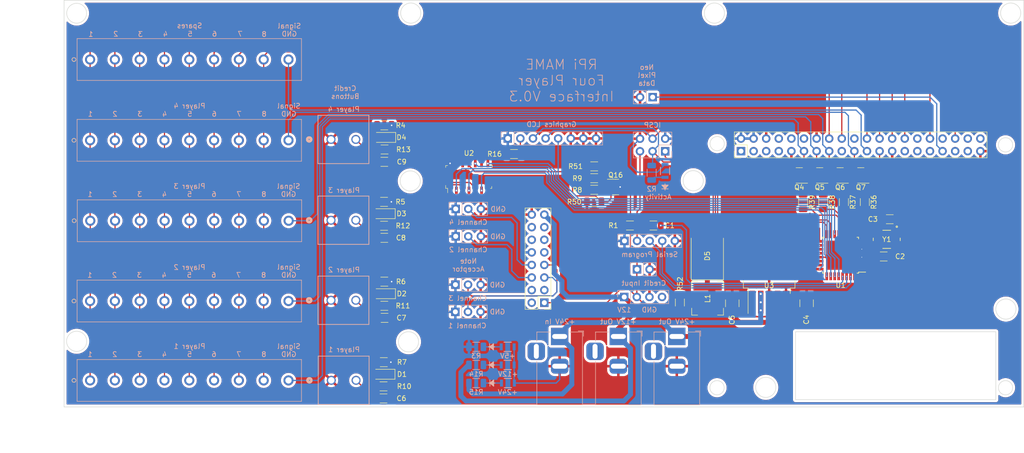
<source format=kicad_pcb>
(kicad_pcb (version 20211014) (generator pcbnew)
  (layers (0 "F.Cu" signal) (31 "B.Cu" signal) (34 "B.Paste" user) (35 "F.Paste" user) (36 "B.SilkS" user "B.Silkscreen") (37 "F.SilkS" user "F.Silkscreen") (38 "B.Mask" user) (39 "F.Mask" user) (44 "Edge.Cuts" user))
  (net 0 "")
  (net 1 "+5V")
  (net 2 "GND")
  (net 8 "Column 1")
  (net 9 "Column 6")
  (net 10 "Column 5")
  (net 12 "Column 4")
  (net 13 "Row 4")
  (net 14 "Row 3")
  (net 15 "Column 3")
  (net 16 "Row 5")
  (net 17 "Row 2")
  (net 18 "Row 1")
  (net 19 "Column 7")
  (net 20 "Column 8")
  (net 21 "Net-(C1-Pad1)")
  (net 22 "DTR")
  (net 24 "Column 2")
  (net 28 "+24V")
  (net 29 "+12V")
  (net 30 "Net-(C2-Pad1)")
  (net 31 "Net-(C3-Pad1)")
  (net 32 "RX")
  (net 33 "TX")
  (net 35 "Net-(D5-Pad1)")
  (net 38 "Inhibit 1")
  (net 39 "Inhibit 2")
  (net 40 "Inhibit 3")
  (net 41 "Inhibit 4")
  (net 42 "BUSY")
  (net 44 "P1CRDOUT")
  (net 45 "MECH (5V) NOT")
  (net 47 "MECH (12V)")
  (net 49 "Net-(J13-Pad2)")
  (net 50 "Net-(J14-Pad2)")
  (net 51 "Net-(J16-Pad2)")
  (net 54 "MISO")
  (net 55 "SCK")
  (net 56 "MOSI")
  (net 57 "Net-(J19-Pad2)")
  (net 58 "CHIP SELECT")
  (net 59 "Net-(LED1-Pad1)")
  (net 60 "Net-(LED2-Pad1)")
  (net 61 "Net-(LED3-Pad1)")
  (net 62 "Net-(LED4-Pad1)")
  (net 63 "P1CRDBUTT(NOT)")
  (net 64 "P2CRDBUTT(NOT)")
  (net 65 "P3CRDBUTT(NOT)")
  (net 66 "P4CRDBUTT(NOT)")
  (net 72 "Net-(Q4-Pad1)")
  (net 73 "Net-(Q5-Pad1)")
  (net 74 "Net-(Q6-Pad1)")
  (net 75 "Net-(Q7-Pad1)")
  (net 77 "P1CRDBUTT")
  (net 79 "P2CRDBUTT")
  (net 81 "P3CRDBUTT")
  (net 83 "P4CRDBUTT")
  (net 85 "Net-(Q16-Pad1)")
  (net 86 "MECH (5V)")
  (net 87 "NEODATA")
  (net 88 "Net-(R51-Pad2)")
  (net 98 "P2CRDOUT")
  (net 99 "P3CRDOUT")
  (net 100 "P4CRDOUT")
  (net 101 "Column 9")
  (net 102 "Net-(D4-Pad2)")
  (net 103 "Net-(D3-Pad2)")
  (net 104 "Net-(D2-Pad2)")
  (net 105 "Net-(D1-Pad2)")
  (net 106 "Net-(J15-Pad2)")
  (footprint "Package_TO_SOT_SMD:SOT-23" (layer "F.Cu") (at 242.3668 85.344 180)
    (fp_text reference "Q6")
    (fp_text value "BC847")
  )
  (footprint "Resistor_SMD:R_1206_3216Metric" (layer "F.Cu") (at 176.6166 81.026)
    (fp_text reference "R16")
    (fp_text value "220R")
  )
  (footprint "Resistor_SMD:R_1206_3216Metric" (layer "F.Cu") (at 199.9996 95.4532 180)
    (fp_text reference "R1")
    (fp_text value "10k")
  )
  (footprint "Package_QFP:TQFP-32_7x7mm_P0.8mm" (layer "F.Cu") (at 242.4684 101.4476 180)
    (fp_text reference "U1")
    (fp_text value "ATmega328P-A")
  )
  (footprint "Resistor_SMD:R_1206_3216Metric" (layer "F.Cu") (at 150.4188 90.678)
    (fp_text reference "R5")
    (fp_text value "10k")
  )
  (footprint "digikey-footprints:SOIC-14_W3.9mm" (layer "F.Cu") (at 167.5384 85.6488)
    (fp_text reference "U2")
    (fp_text value "SN74HC04N")
  )
  (footprint "Package_TO_SOT_SMD:SOT-23" (layer "F.Cu") (at 234.1372 85.344 180)
    (fp_text reference "Q4")
    (fp_text value "BC847")
  )
  (footprint "Resistor_SMD:R_1206_3216Metric" (layer "F.Cu") (at 150.4696 75.2348)
    (fp_text reference "R4")
    (fp_text value "10k")
  )
  (footprint "Diode_SMD:D_SOD-123" (layer "F.Cu") (at 150.4696 109.22 180)
    (fp_text reference "D2")
    (fp_text value "1N4448W")
  )
  (footprint "Resistor_SMD:R_1206_3216Metric" (layer "F.Cu") (at 192.786 83.5152 180)
    (fp_text reference "R51")
    (fp_text value "9k1")
  )
  (footprint "Capacitor_SMD:C_1206_3216Metric" (layer "F.Cu") (at 150.4696 82.6008 180)
    (fp_text reference "C9")
    (fp_text value "100nF")
  )
  (footprint "Resistor_SMD:R_1206_3216Metric" (layer "F.Cu") (at 150.5204 80.1116)
    (fp_text reference "R13")
    (fp_text value "10k")
  )
  (footprint "Package_TO_SOT_SMD:SOT-23" (layer "F.Cu") (at 238.252 85.344 180)
    (fp_text reference "Q5")
    (fp_text value "BC847")
  )
  (footprint "Resistor_SMD:R_1206_3216Metric" (layer "F.Cu") (at 192.786 88.2396 180)
    (fp_text reference "R8")
    (fp_text value "10k")
  )
  (footprint "Resistor_SMD:R_1206_3216Metric" (layer "F.Cu") (at 150.4188 95.504)
    (fp_text reference "R12")
    (fp_text value "10k")
  )
  (footprint "Diode_SMD:D_SOD-123" (layer "F.Cu") (at 150.368 125.476 180)
    (fp_text reference "D1")
    (fp_text value "1N4448W")
  )
  (footprint "Connector_PinHeader_2.54mm:PinHeader_2x08_P2.54mm_Vertical" (layer "F.Cu") (at 182.7326 111.0338 180)
    (fp_text reference "J9" hide)
    (fp_text value "Note Acceptor")
  )
  (footprint "Diode_SMD:D_SMC" (layer "F.Cu") (at 215.5952 101.6 90)
    (fp_text reference "D5")
    (fp_text value "B340")
  )
  (footprint "Resistor_SMD:R_1206_3216Metric" (layer "F.Cu") (at 150.4696 106.7816)
    (fp_text reference "R6")
    (fp_text value "10k")
  )
  (footprint "Package_TO_SOT_SMD:SOT-23" (layer "F.Cu") (at 197.104 87.6808)
    (fp_text reference "Q16")
    (fp_text value "BC847")
  )
  (footprint "Resistor_SMD:R_1206_3216Metric" (layer "F.Cu") (at 192.786 90.678)
    (fp_text reference "R50")
    (fp_text value "10k")
  )
  (footprint "Capacitor_SMD:C_1206_3216Metric" (layer "F.Cu") (at 150.5204 114.0968 180)
    (fp_text reference "C7")
    (fp_text value "100nF")
  )
  (footprint "Diode_SMD:D_SOD-123" (layer "F.Cu") (at 150.4188 93.0656 180)
    (fp_text reference "D3")
    (fp_text value "1N4448W")
  )
  (footprint "Resistor_SMD:R_1206_3216Metric" (layer "F.Cu") (at 247.3452 90.7288 -90)
    (fp_text reference "R36")
    (fp_text value "10k")
  )
  (footprint "Resistor_SMD:R_1206_3216Metric" (layer "F.Cu") (at 150.4696 111.6584)
    (fp_text reference "R11")
    (fp_text value "10k")
  )
  (footprint "Package_TO_SOT_SMD:TO-263-5_TabPin3" (layer "F.Cu") (at 228.0602 105.1408 90)
    (fp_text reference "U3")
    (fp_text value "LM2595S-12")
  )
  (footprint "Diode_SMD:D_SOD-123" (layer "F.Cu") (at 150.5204 77.6732 180)
    (fp_text reference "D4")
    (fp_text value "1N4448W")
  )
  (footprint "Resistor_SMD:R_1206_3216Metric" (layer "F.Cu") (at 150.368 123.0376)
    (fp_text reference "R7")
    (fp_text value "10k")
  )
  (footprint "Resistor_SMD:R_1206_3216Metric" (layer "F.Cu") (at 210.058 110.998 90)
    (fp_text reference "R52")
    (fp_text value "10k")
  )
  (footprint "Capacitor_SMD:C_1206_3216Metric" (layer "F.Cu") (at 251.1552 101.7016)
    (fp_text reference "C2")
    (fp_text value "22pF")
  )
  (footprint "Resistor_SMD:R_1206_3216Metric" (layer "F.Cu") (at 150.3172 127.9144)
    (fp_text reference "R10")
    (fp_text value "10k")
  )
  (footprint "Connector_PinHeader_2.54mm:PinHeader_2x20_P2.54mm_Vertical" (layer "F.Cu") (at 222.382 80.4468 90)
    (fp_text reference "J1" hide)
    (fp_text value "Raspberry_Pi_2_3")
  )
  (footprint "Capacitor_SMD:C_1210_3225Metric" (layer "F.Cu") (at 235.6104 111.1504 90)
    (fp_text reference "C4")
    (fp_text value "220UF")
  )
  (footprint "Resistor_SMD:R_1206_3216Metric" (layer "F.Cu") (at 243.1288 90.7288 -90)
    (fp_text reference "R37")
    (fp_text value "10k")
  )
  (footprint "Inductor_SMD:L_Bourns-SRN6028" (layer "F.Cu") (at 215.646 110.1344 -90)
    (fp_text reference "L1")
    (fp_text value "68UH")
  )
  (footprint "ABM3B-16-000MHZ:CRYSTAL_ABM3B_ABR" (layer "F.Cu") (at 251.7648 98.2472 -90)
    (fp_text reference "Y1")
    (fp_text value "16MHz Crystal")
  )
  (footprint "Capacitor_SMD:C_1206_3216Metric" (layer "F.Cu") (at 252.3744 94.1832 180)
    (fp_text reference "C3")
    (fp_text value "22pF")
  )
  (footprint "Capacitor_SMD:C_1206_3216Metric" (layer "F.Cu") (at 150.4696 97.9424 180)
    (fp_text reference "C8")
    (fp_text value "100nF")
  )
  (footprint "Resistor_SMD:R_1206_3216Metric" (layer "F.Cu") (at 238.9632 90.7288 -90)
    (fp_text reference "R38")
    (fp_text value "10k")
  )
  (footprint "Capacitor_SMD:C_1210_3225Metric" (layer "F.Cu") (at 220.6244 111.1504 90)
    (fp_text reference "C5")
    (fp_text value "100UF")
  )
  (footprint "Capacitor_SMD:C_1206_3216Metric" (layer "F.Cu") (at 150.3172 130.3528 180)
    (fp_text reference "C6")
    (fp_text value "100nF")
  )
  (footprint "Resistor_SMD:R_1206_3216Metric" (layer "F.Cu") (at 234.8992 90.7288 -90)
    (fp_text reference "R39")
    (fp_text value "10k")
  )
  (footprint "Package_TO_SOT_SMD:SOT-23" (layer "F.Cu") (at 246.5324 85.344 180)
    (fp_text reference "Q7")
    (fp_text value "BC847")
  )
  (footprint "Resistor_SMD:R_1206_3216Metric" (layer "F.Cu") (at 192.786 85.9028 180)
    (fp_text reference "R9")
    (fp_text value "12k")
  )
  (footprint "Capacitor_SMD:C_1206_3216Metric" (layer "F.Cu") (at 204.724 95.4532 180)
    (fp_text reference "C1")
    (fp_text value "100nF")
  )
  (footprint "598-8270-107F:LED_8270-107F_DIA" (layer "B.Cu") (at 207.0608 84.4296 90)
    (fp_text reference "LED1" hide)
    (fp_text value "598-8270-107F")
  )
  (footprint "Connector_PinHeader_2.54mm:PinHeader_1x03_P2.54mm_Vertical" (layer "B.Cu") (at 164.7952 112.8776 -90)
    (fp_text reference "J23" hide)
    (fp_text value "Channel 1")
  )
  (footprint "Connector_BarrelJack:BarrelJack_Horizontal" (layer "B.Cu") (at 185.8187 117.8504 90)
    (fp_text reference "J11" hide)
    (fp_text value "+24V IN" hide)
  )
  (footprint "Resistor_SMD:R_1206_3216Metric" (layer "B.Cu") (at 168.99255 119.9388)
    (fp_text reference "R3")
    (fp_text value "160")
  )
  (footprint "Connector_PinHeader_2.54mm:PinHeader_2x03_P2.54mm_Vertical" (layer "B.Cu") (at 207.0966 80.4722 90)
    (fp_text reference "J17" hide)
    (fp_text value "ICSP")
  )
  (footprint "Connector_PinHeader_2.54mm:PinHeader_1x02_P2.54mm_Vertical" (layer "B.Cu") (at 201.417 104.2924 -90)
    (fp_text reference "J24" hide)
    (fp_text value "CCard Input")
  )
  (footprint "9Way Terminal:282836-9" (layer "B.Cu") (at 91.150399 61.9508)
    (fp_text reference "J4" hide)
    (fp_text value "Spares" hide)
  )
  (footprint "Resistor_SMD:R_1206_3216Metric" (layer "B.Cu") (at 168.99255 127.254)
    (fp_text reference "R15")
    (fp_text value "1k2")
  )
  (footprint "Connector_PinHeader_2.54mm:PinHeader_1x02_P2.54mm_Vertical" (layer "B.Cu") (at 204.5716 69.5452 90)
    (fp_text reference "J8" hide)
    (fp_text value "Neo Pixel Data")
  )
  (footprint "Connector_PinHeader_2.54mm:PinHeader_1x03_P2.54mm_Vertical" (layer "B.Cu") (at 164.8102 107.3912 -90)
    (fp_text reference "J21" hide)
    (fp_text value "Channel 3")
  )
  (footprint "Connector_PinHeader_2.54mm:PinHeader_1x03_P2.54mm_Vertical" (layer "B.Cu") (at 164.861 97.6376 -90)
    (fp_text reference "J22" hide)
    (fp_text value "Channel 2")
  )
  (footprint "2 Way Terminal Block:CONN_1890963_PXC" (layer "B.Cu") (at 139.7273 78.079599)
    (fp_text reference "J16" hide)
    (fp_text value "Player 4")
  )
  (footprint "Resistor_SMD:R_1206_3216Metric" (layer "B.Cu") (at 204.3684 84.8065 -90)
    (fp_text reference "R2")
    (fp_text value "330")
  )
  (footprint "Connector_PinHeader_2.54mm:PinHeader_1x08_P2.54mm_Vertical" (layer "B.Cu") (at 175.3616 77.8764 -90)
    (fp_text reference "J19" hide)
    (fp_text value "Graphics LCD")
  )
  (footprint "9Way Terminal:282836-9" (layer "B.Cu") (at 91.150399 78.2572)
    (fp_text reference "J6" hide)
    (fp_text value "Player 4" hide)
  )
  (footprint "Connector_BarrelJack:BarrelJack_Horizontal" (layer "B.Cu") (at 197.6551 117.8504 90)
    (fp_text reference "J12" hide)
    (fp_text value "+12V OUT" hide)
  )
  (footprint "9Way Terminal:282836-9" (layer "B.Cu") (at 91.186 94.488)
    (fp_text reference "J5" hide)
    (fp_text value "Player 3" hide)
  )
  (footprint "Connector_PinHeader_2.54mm:PinHeader_1x05_P2.54mm_Vertical" (layer "B.Cu") (at 198.887 98.552 -90)
    (fp_text reference "J18" hide)
    (fp_text value "Program MCU")
  )
  (footprint "2 Way Terminal Block:CONN_1890963_PXC" (layer "B.Cu") (at 139.7273 94.386399)
    (fp_text reference "J15" hide)
    (fp_text value "Player 3")
  )
  (footprint "9Way Terminal:282836-9" (layer "B.Cu") (at 91.150399 126.7204)
    (fp_text reference "J2" hide)
    (fp_text value "Player 1" hide)
  )
  (footprint "Resistor_SMD:R_1206_3216Metric" (layer "B.Cu") (at 168.99255 123.5964)
    (fp_text reference "R14")
    (fp_text value "510")
  )
  (footprint "598-8270-107F:LED_8270-107F_DIA" (layer "B.Cu") (at 175.39335 127.254)
    (fp_text reference "LED4" hide)
    (fp_text value "598-8270-107F")
  )
  (footprint "598-8270-107F:LED_8270-107F_DIA" (layer "B.Cu") (at 175.34255 119.9388)
    (fp_text reference "LED2" hide)
    (fp_text value "598-8270-107F")
  )
  (footprint "9Way Terminal:282836-9" (layer "B.Cu") (at 91.150399 110.6932)
    (fp_text reference "J3" hide)
    (fp_text value "Player 2" hide)
  )
  (footprint "2 Way Terminal Block:CONN_1890963_PXC" (layer "B.Cu") (at 139.7273 110.540799)
    (fp_text reference "J14" hide)
    (fp_text value "Player 2")
  )
  (footprint "598-8270-107F:LED_8270-107F_DIA" (layer "B.Cu") (at 175.34255 123.5964)
    (fp_text reference "LED3" hide)
    (fp_text value "598-8270-107F")
  )
  (footprint "2 Way Terminal Block:CONN_1890963_PXC" (layer "B.Cu") (at 139.7781 126.695199)
    (fp_text reference "J13" hide)
    (fp_text value "Player 1")
  )
  (footprint "Connector_BarrelJack:BarrelJack_Horizontal" (layer "B.Cu") (at 209.4407 117.8504 90)
    (fp_text reference "J7" hide)
    (fp_text value "+24V OUT" hide)
  )
  (footprint "Connector_PinHeader_2.54mm:PinHeader_1x03_P2.54mm_Vertical" (layer "B.Cu") (at 164.861 92.1004 -90)
    (fp_text reference "J20" hide)
    (fp_text value "Channel 4")
  )
  (footprint "Connector_PinHeader_2.54mm:PinHeader_1x04_P2.54mm_Vertical" (layer "B.Cu") (at 198.8412 109.8804 -90)
    (fp_text reference "J10" hide)
    (fp_text value "Coin/Note Input" hide)
  )
  (gr_circle (center 88.4428 52.608068) (end 87.2744 50.982468) (layer "Edge.Cuts") (width 0.1) (fill none))
  (gr_circle (center 276.7584 52.578) (end 278.7904 52.578) (layer "Edge.Cuts") (width 0.1) (fill none))
  (gr_circle (center 155.3464 118.9228) (end 157.3784 118.9228) (layer "Edge.Cuts") (width 0.1) (fill none))
  (gr_circle (center 212.7504 86.4108) (end 214.7824 86.4108) (layer "Edge.Cuts") (width 0.1) (fill none))
  (gr_circle (center 227.3808 128.1176) (end 229.4128 128.1176) (layer "Edge.Cuts") (width 0.1) (fill none))
  (gr_rect (start 233.3752 116.8908) (end 273.7612 130.6068) (layer "Edge.Cuts") (width 0.1) (fill none))
  (gr_circle (center 275.7932 112.3188) (end 277.8252 112.3188) (layer "Edge.Cuts") (width 0.1) (fill none))
  (gr_circle (center 217.551 128.1938) (end 218.567 129.2098) (layer "Edge.Cuts") (width 0.1) (fill none))
  (gr_circle (center 155.702 86.4616) (end 157.734 86.4616) (layer "Edge.Cuts") (width 0.1) (fill none))
  (gr_circle (center 155.8036 52.578) (end 157.8356 52.578) (layer "Edge.Cuts") (width 0.1) (fill none))
  (gr_circle (center 217.0176 52.578) (end 219.0496 52.578) (layer "Edge.Cuts") (width 0.1) (fill none))
  (gr_circle (center 88.4428 118.8212) (end 90.4748 118.8212) (layer "Edge.Cuts") (width 0.1) (fill none))
  (gr_circle (center 275.717 128.1938) (end 276.733 129.2098) (layer "Edge.Cuts") (width 0.1) (fill none))
  (gr_circle (center 275.717 79.1718) (end 276.733 80.1878) (layer "Edge.Cuts") (width 0.1) (fill none))
  (gr_circle (center 217.5764 78.92876) (end 218.5924 79.94476) (layer "Edge.Cuts") (width 0.1) (fill none))
  (gr_rect (start 85.9028 49.9872) (end 279.4 132.08) (layer "Edge.Cuts") (width 0.1) (fill none))
  (gr_text "ICSP" (at 204.5208 75.184) (layer "B.SilkS") (effects (font (size 1 1)) (justify mirror)))
  (gr_text "8" (at 126.1364 105.4608) (layer "B.SilkS") (effects (font (size 1 1)) (justify mirror)))
  (gr_text "2" (at 96.1136 121.4628) (layer "B.SilkS") (effects (font (size 1 1)) (justify mirror)))
  (gr_text "5" (at 111.252 72.9488) (layer "B.SilkS") (effects (font (size 1 1)) (justify mirror)))
  (gr_text "8" (at 126.1872 89.154) (layer "B.SilkS") (effects (font (size 1 1)) (justify mirror)))
  (gr_text "+12V Out" (at 197.6628 114.8588) (layer "B.SilkS") (effects (font (size 1 1)) (justify mirror)))
  (gr_text "Channel 3" (at 167.2844 110.1344) (layer "B.SilkS") (effects (font (size 1 1)) (justify mirror)))
  (gr_text "7" (at 121.158 121.4628) (layer "B.SilkS") (effects (font (size 1 1)) (justify mirror)))
  (gr_text "4" (at 106.1212 121.5136) (layer "B.SilkS") (effects (font (size 1 1)) (justify mirror)))
  (gr_text "4" (at 106.1212 89.2048) (layer "B.SilkS") (effects (font (size 1 1)) (justify mirror)))
  (gr_text "Channel 2" (at 167.386 100.33) (layer "B.SilkS") (effects (font (size 1 1)) (justify mirror)))
  (gr_text "Player 2" (at 111.2012 103.886) (layer "B.SilkS") (effects (font (size 1 1)) (justify mirror)))
  (gr_text "3" (at 101.092 105.4608) (layer "B.SilkS") (effects (font (size 1 1)) (justify mirror)))
  (gr_text "4" (at 106.0704 105.5116) (layer "B.SilkS") (effects (font (size 1 1)) (justify mirror)))
  (gr_text "Signal\nGND" (at 131.2164 72.136) (layer "B.SilkS") (effects (font (size 1 1)) (justify mirror)))
  (gr_text "7" (at 121.1072 105.4608) (layer "B.SilkS") (effects (font (size 1 1)) (justify mirror)))
  (gr_text "Credit Input" (at 202.7936 107.0864) (layer "B.SilkS") (effects (font (size 1 1)) (justify mirror)))
  (gr_text "Player 3" (at 142.3416 88.341197) (layer "B.SilkS") (effects (font (size 1 1)) (justify mirror)))
  (gr_text "Serial Program" (at 203.962 101.2952) (layer "B.SilkS") (effects (font (size 1 1)) (justify mirror)))
  (gr_text "GND" (at 173.2788 112.8776) (layer "B.SilkS") (effects (font (size 1 1)) (justify mirror)))
  (gr_text "+24V" (at 175.3616 129.0828) (layer "B.SilkS") (effects (font (size 1 1)) (justify mirror)))
  (gr_text "Channel 4" (at 167.386 94.7928) (layer "B.SilkS") (effects (font (size 1 1)) (justify mirror)))
  (gr_text "+24V In" (at 185.8772 114.8588) (layer "B.SilkS") (effects (font (size 1 1)) (justify mirror)))
  (gr_text "1" (at 91.1352 121.4628) (layer "B.SilkS") (effects (font (size 1 1)) (justify mirror)))
  (gr_text "6" (at 116.078 105.4608) (layer "B.SilkS") (effects (font (size 1 1)) (justify mirror)))
  (gr_text "5" (at 111.2012 121.4628) (layer "B.SilkS") (effects (font (size 1 1)) (justify mirror)))
  (gr_text "GND" (at 173.3804 97.6884) (layer "B.SilkS") (effects (font (size 1 1)) (justify mirror)))
  (gr_text "GND" (at 173.4312 92.1512) (layer "B.SilkS") (effects (font (size 1 1)) (justify mirror)))
  (gr_text "1" (at 91.2876 56.8452) (layer "B.SilkS") (effects (font (size 1 1)) (justify mirror)))
  (gr_text "Signal\nGND" (at 131.2164 104.648) (layer "B.SilkS") (effects (font (size 1 1)) (justify mirror)))
  (gr_text "Graphics LCD" (at 184.1858 75.0316) (layer "B.SilkS") (effects (font (size 1 1)) (justify mirror)))
  (gr_text "Credit\nButtons" (at 142.5956 68.58) (layer "B.SilkS") (effects (font (size 1 1)) (justify mirror)))
  (gr_text "7" (at 121.2088 72.9488) (layer "B.SilkS") (effects (font (size 1 1)) (justify mirror)))
  (gr_text "GND" (at 203.9112 112.4712) (layer "B.SilkS") (effects (font (size 1 1)) (justify mirror)))
  (gr_text "Player 4" (at 142.2908 71.983597) (layer "B.SilkS") (effects (font (size 1 1)) (justify mirror)))
  (gr_text "Note\nAcceptor" (at 167.4368 103.4288) (layer "B.SilkS") (effects (font (size 1 1)) (justify mirror)))
  (gr_text "+24V Out" (at 209.4992 114.8588) (layer "B.SilkS") (effects (font (size 1 1)) (justify mirror)))
  (gr_text "3" (at 101.1428 89.154) (layer "B.SilkS") (effects (font (size 1 1)) (justify mirror)))
  (gr_text "6" (at 116.1288 89.154) (layer "B.SilkS") (effects (font (size 1 1)) (justify mirror)))
  (gr_text "3" (at 101.2952 56.8452) (layer "B.SilkS") (effects (font (size 1 1)) (justify mirror)))
  (gr_text "6" (at 116.1288 121.4628) (layer "B.SilkS") (effects (font (size 1 1)) (justify mirror)))
  (gr_text "+12V" (at 175.4124 125.4252) (layer "B.SilkS") (effects (font (size 1 1)) (justify mirror)))
  (gr_text "5" (at 111.1504 105.4608) (layer "B.SilkS") (effects (font (size 1 1)) (justify mirror)))
  (gr_text "7" (at 121.412 56.7944) (layer "B.SilkS") (effects (font (size 1 1)) (justify mirror)))
  (gr_text "5" (at 111.3028 56.7944) (layer "B.SilkS") (effects (font (size 1 1)) (justify mirror)))
  (gr_text "RPi MAME\nFour Player\nInterface V0.3" (at 186.182 66.1924) (layer "B.SilkS") (effects (font (size 2 2)) (justify mirror)))
  (gr_text "+5V" (at 175.3616 121.7676) (layer "B.SilkS") (effects (font (size 1 1)) (justify mirror)))
  (gr_text "Activity" (at 205.6892 89.662) (layer "B.SilkS") (effects (font (size 1 1)) (justify mirror)))
  (gr_text "7" (at 121.158 89.154) (layer "B.SilkS") (effects (font (size 1 1)) (justify mirror)))
  (gr_text "2" (at 96.3168 56.7944) (layer "B.SilkS") (effects (font (size 1 1)) (justify mirror)))
  (gr_text "5" (at 111.2012 89.154) (layer "B.SilkS") (effects (font (size 1 1)) (justify mirror)))
  (gr_text "Player 3" (at 111.2012 87.5284) (layer "B.SilkS") (effects (font (size 1 1)) (justify mirror)))
  (gr_text "2" (at 96.1136 89.154) (layer "B.SilkS") (effects (font (size 1 1)) (justify mirror)))
  (gr_text "Signal\nGND" (at 131.1656 88.3412) (layer "B.SilkS") (effects (font (size 1 1)) (justify mirror)))
  (gr_text "6" (at 116.1796 72.9488) (layer "B.SilkS") (effects (font (size 1 1)) (justify mirror)))
  (gr_text "3" (at 101.1936 72.9488) (layer "B.SilkS") (effects (font (size 1 1)) (justify mirror)))
  (gr_text "6" (at 116.2304 56.7944) (layer "B.SilkS") (effects (font (size 1 1)) (justify mirror)))
  (gr_text "Spares" (at 111.2012 55.118) (layer "B.SilkS") (effects (font (size 1 1)) (justify mirror)))
  (gr_text "Signal\nGND" (at 131.318 55.9816) (layer "B.SilkS") (effects (font (size 1 1)) (justify mirror)))
  (gr_text "8" (at 126.238 56.8452) (layer "B.SilkS") (effects (font (size 1 1)) (justify mirror)))
  (gr_text "Signal\nGND" (at 131.2164 120.65) (layer "B.SilkS") (effects (font (size 1 1)) (justify mirror)))
  (gr_text "4" (at 106.172 72.9996) (layer "B.SilkS") (effects (font (size 1 1)) (justify mirror)))
  (gr_text "1" (at 91.1352 89.154) (layer "B.SilkS") (effects (font (size 1 1)) (justify mirror)))
  (gr_text "Channel 1" (at 167.1828 115.6716) (layer "B.SilkS") (effects (font (size 1 1)) (justify mirror)))
  (gr_text "Player 1" (at 111.2012 119.8372) (layer "B.SilkS") (effects (font (size 1 1)) (justify mirror)))
  (gr_text "Player 1" (at 142.3416 120.497597) (layer "B.SilkS") (effects (font (size 1 1)) (justify mirror)))
  (gr_text "Neo\nPixel\nData" (at 203.4032 65.1256) (layer "B.SilkS") (effects (font (size 1 1)) (justify mirror)))
  (gr_text "12V" (at 198.8312 112.4712) (layer "B.SilkS") (effects (font (size 1 1)) (justify mirror)))
  (gr_text "1" (at 91.0844 105.4608) (layer "B.SilkS") (effects (font (size 1 1)) (justify mirror)))
  (gr_text "Player 4" (at 111.2012 71.3232) (layer "B.SilkS") (effects (font (size 1 1)) (justify mirror)))
  (gr_text "8" (at 126.1872 121.4628) (layer "B.SilkS") (effects (font (size 1 1)) (justify mirror)))
  (gr_text "8" (at 126.238 72.9488) (layer "B.SilkS") (effects (font (size 1 1)) (justify mirror)))
  (gr_text "2" (at 96.1644 72.9488) (layer "B.SilkS") (effects (font (size 1 1)) (justify mirror)))
  (gr_text "4" (at 106.3244 56.8452) (layer "B.SilkS") (effects (font (size 1 1)) (justify mirror)))
  (gr_text "1" (at 91.186 72.9488) (layer "B.SilkS") (effects (font (size 1 1)) (justify mirror)))
  (gr_text "GND" (at 173.2788 107.442) (layer "B.SilkS") (effects (font (size 1 1)) (justify mirror)))
  (gr_text "2" (at 96.0628 105.4608) (layer "B.SilkS") (effects (font (size 1 1)) (justify mirror)))
  (gr_text "Player 2" (at 142.3416 104.393997) (layer "B.SilkS") (effects (font (size 1 1)) (justify mirror)))
  (gr_text "3" (at 101.1428 121.4628) (layer "B.SilkS") (effects (font (size 1 1)) (justify mirror)))
  (segment (start 198.5371 95.4532) (end 198.887 95.8031) (width 0.25) (layer "F.Cu") (net 1))
  (segment (start 198.887 95.8031) (end 198.887 98.552) (width 0.25) (layer "F.Cu") (net 1))
  (segment (start 175.3616 80.8185) (end 175.3616 77.8764) (width 0.25) (layer "F.Cu") (net 1))
  (segment (start 175.1541 81.026) (end 175.3616 80.8185) (width 0.25) (layer "F.Cu") (net 1))
  (via (at 246.7356 100.2284) (size 0.3) (drill 0.15) (layers "F.Cu" "B.Cu") (net 1))
  (via (at 238.2012 99.4664) (size 0.3) (drill 0.15) (layers "F.Cu" "B.Cu") (net 1))
  (via (at 163.7284 82.9056) (size 0.5) (drill 0.3) (layers "F.Cu" "B.Cu") (net 1))
  (via (at 238.2012 101.0412) (size 0.3) (drill 0.15) (layers "F.Cu" "B.Cu") (net 1))
  (via (at 151.892 90.678) (size 0.5) (drill 0.3) (layers "F.Cu" "B.Cu") (net 1))
  (via (at 151.9428 106.7816) (size 0.5) (drill 0.3) (layers "F.Cu" "B.Cu") (net 1))
  (via (at 151.9428 75.2348) (size 0.5) (drill 0.3) (layers "F.Cu" "B.Cu") (net 1))
  (via (at 246.7356 101.854) (size 0.3) (drill 0.15) (layers "F.Cu" "B.Cu") (net 1))
  (via (at 198.0184 87.6808) (size 0.5) (drill 0.3) (layers "F.Cu" "B.Cu") (net 1))
  (via (at 151.7904 123.0376) (size 0.5) (drill 0.3) (layers "F.Cu" "B.Cu") (net 1))
  (segment (start 251.4052 102.9266) (end 252.6302 101.7016) (width 0.25) (layer "F.Cu") (net 2))
  (segment (start 238.2184 101.8476) (end 244.9934 101.8476) (width 0.25) (layer "F.Cu") (net 2))
  (segment (start 248.0474 102.9266) (end 251.4052 102.9266) (width 0.25) (layer "F.Cu") (net 2))
  (segment (start 245.7934 102.6476) (end 244.9934 101.8476) (width 0.25) (layer "F.Cu") (net 2))
  (segment (start 247.7684 102.6476) (end 248.0474 102.9266) (width 0.25) (layer "F.Cu") (net 2))
  (segment (start 244.9934 101.8476) (end 245.7934 101.0476) (width 0.25) (layer "F.Cu") (net 2))
  (segment (start 246.7184 102.6476) (end 247.7684 102.6476) (width 0.25) (layer "F.Cu") (net 2))
  (segment (start 246.7184 102.6476) (end 245.7934 102.6476) (width 0.25) (layer "F.Cu") (net 2))
  (segment (start 245.7934 101.0476) (end 246.7184 101.0476) (width 0.25) (layer "F.Cu") (net 2))
  (segment (start 201.5236 84.6836) (end 200.152 83.312) (width 0.25) (layer "B.Cu") (net 2))
  (segment (start 200.152 79.7968) (end 202.0166 77.9322) (width 0.25) (layer "B.Cu") (net 2))
  (segment (start 185.8264 123.8581) (end 185.8187 123.8504) (width 0.25) (layer "B.Cu") (net 2))
  (segment (start 207.0608 83.12785) (end 205.50505 84.6836) (width 0.25) (layer "B.Cu") (net 2))
  (segment (start 176.6443 127.2032) (end 176.6951 127.254) (width 0.25) (layer "B.Cu") (net 2))
  (segment (start 205.50505 84.6836) (end 201.5236 84.6836) (width 0.25) (layer "B.Cu") (net 2))
  (segment (start 176.6443 119.9388) (end 176.6443 127.2032) (width 0.25) (layer "B.Cu") (net 2))
  (segment (start 200.152 83.312) (end 200.152 79.7968) (width 0.25) (layer "B.Cu") (net 2))
  (segment (start 185.1152 127.254) (end 185.8264 126.5428) (width 0.25) (layer "B.Cu") (net 2))
  (segment (start 176.6951 127.254) (end 185.1152 127.254) (width 0.25) (layer "B.Cu") (net 2))
  (segment (start 185.8264 126.5428) (end 185.8264 123.8581) (width 0.25) (layer "B.Cu") (net 2))
  (segment (start 91.150399 110.6932) (end 91.150399 126.7204) (width 0.25) (layer "F.Cu") (net 8))
  (segment (start 264.212366 57.253166) (end 265.562 58.6028) (width 0.25) (layer "F.Cu") (net 8))
  (segment (start 91.150399 94.452399) (end 91.186 94.488) (width 0.25) (layer "F.Cu") (net 8))
  (segment (start 91.150399 61.9508) (end 91.150399 58.354001) (width 0.25) (layer "F.Cu") (net 8))
  (segment (start 91.186 110.657599) (end 91.150399 110.6932) (width 0.25) (layer "F.Cu") (net 8))
  (segment (start 91.186 94.488) (end 91.186 110.657599) (width 0.25) (layer "F.Cu") (net 8))
  (segment (start 91.150399 78.2572) (end 91.150399 61.9508) (width 0.25) (layer "F.Cu") (net 8))
  (segment (start 92.251234 57.253166) (end 264.212366 57.253166) (width 0.25) (layer "F.Cu") (net 8))
  (segment (start 91.150399 78.2572) (end 91.150399 94.452399) (width 0.25) (layer "F.Cu") (net 8))
  (segment (start 265.562 58.6028) (end 265.562 77.9068) (width 0.25) (layer "F.Cu") (net 8))
  (segment (start 91.150399 58.354001) (end 92.251234 57.253166) (width 0.25) (layer "F.Cu") (net 8))
  (segment (start 117.179234 59.503166) (end 116.1504 60.532) (width 0.25) (layer "F.Cu") (net 9))
  (segment (start 116.1504 110.6932) (end 116.1504 126.7204) (width 0.25) (layer "F.Cu") (net 9))
  (segment (start 247.782 77.9068) (end 247.782 60.4824) (width 0.25) (layer "F.Cu") (net 9))
  (segment (start 116.186001 110.657599) (end 116.1504 110.6932) (width 0.25) (layer "F.Cu") (net 9))
  (segment (start 116.1504 78.2572) (end 116.1504 94.452399) (width 0.25) (layer "F.Cu") (net 9))
  (segment (start 116.186001 94.488) (end 116.186001 110.657599) (width 0.25) (layer "F.Cu") (net 9))
  (segment (start 116.1504 60.532) (end 116.1504 61.9508) (width 0.25) (layer "F.Cu") (net 9))
  (segment (start 116.1504 61.9508) (end 116.1504 78.2572) (width 0.25) (layer "F.Cu") (net 9))
  (segment (start 246.802766 59.503166) (end 117.179234 59.503166) (width 0.25) (layer "F.Cu") (net 9))
  (segment (start 247.782 60.4824) (end 246.802766 59.503166) (width 0.25) (layer "F.Cu") (net 9))
  (segment (start 116.1504 94.452399) (end 116.186001 94.488) (width 0.25) (layer "F.Cu") (net 9))
  (segment (start 111.1504 126.7204) (end 111.1504 110.6932) (width 0.25) (layer "F.Cu") (net 10))
  (segment (start 112.244434 59.053166) (end 111.1504 60.1472) (width 0.25) (layer "F.Cu") (net 10))
  (segment (start 250.322 60.076) (end 249.299166 59.053166) (width 0.25) (layer "F.Cu") (net 10))
  (segment (start 111.186001 94.488) (end 111.186001 110.657599) (width 0.25) (layer "F.Cu") (net 10))
  (segment (start 111.186001 94.488) (end 111.186001 78.292801) (width 0.25) (layer "F.Cu") (net 10))
  (segment (start 249.299166 59.053166) (end 112.244434 59.053166) (width 0.25) (layer "F.Cu") (net 10))
  (segment (start 111.186001 78.292801) (end 111.1504 78.2572) (width 0.25) (layer "F.Cu") (net 10))
  (segment (start 111.1504 78.2572) (end 111.1504 61.9508) (width 0.25) (layer "F.Cu") (net 10))
  (segment (start 111.186001 110.657599) (end 111.1504 110.6932) (width 0.25) (layer "F.Cu") (net 10))
  (segment (start 111.1504 60.1472) (end 111.1504 61.9508) (width 0.25) (layer "F.Cu") (net 10))
  (segment (start 250.322 77.9068) (end 250.322 60.076) (width 0.25) (layer "F.Cu") (net 10))
  (segment (start 106.1504 94.452399) (end 106.186001 94.488) (width 0.25) (layer "F.Cu") (net 12))
  (segment (start 107.360434 58.603166) (end 251.744766 58.603166) (width 0.25) (layer "F.Cu") (net 12))
  (segment (start 106.1504 61.9508) (end 106.1504 59.8132) (width 0.25) (layer "F.Cu") (net 12))
  (segment (start 106.1504 59.8132) (end 107.360434 58.603166) (width 0.25) (layer "F.Cu") (net 12))
  (segment (start 251.744766 58.603166) (end 252.862 59.7204) (width 0.25) (layer "F.Cu") (net 12))
  (segment (start 106.1504 110.6932) (end 106.1504 94.523601) (width 0.25) (layer "F.Cu") (net 12))
  (segment (start 106.1504 94.523601) (end 106.186001 94.488) (width 0.25) (layer "F.Cu") (net 12))
  (segment (start 106.1504 126.7204) (end 106.1504 110.6932) (width 0.25) (layer "F.Cu") (net 12))
  (segment (start 252.862 59.7204) (end 252.862 77.9068) (width 0.25) (layer "F.Cu") (net 12))
  (segment (start 106.1504 78.2572) (end 106.1504 94.452399) (width 0.25) (layer "F.Cu") (net 12))
  (segment (start 106.1504 61.9508) (end 106.1504 78.2572) (width 0.25) (layer "F.Cu") (net 12))
  (segment (start 246.1412 84.394) (end 247.4699 84.394) (width 0.25) (layer "F.Cu") (net 13))
  (segment (start 245.242 80.4468) (end 245.242 83.4948) (width 0.25) (layer "F.Cu") (net 13))
  (segment (start 245.242 83.4948) (end 246.1412 84.394) (width 0.25) (layer "F.Cu") (net 13))
  (segment (start 243.3392 72.6004) (end 244.0432 73.3044) (width 0.25) (layer "B.Cu") (net 13))
  (segment (start 244.0432 73.3044) (end 244.0432 79.248) (width 0.25) (layer "B.Cu") (net 13))
  (segment (start 244.0432 79.248) (end 245.242 80.4468) (width 0.25) (layer "B.Cu") (net 13))
  (segment (start 132.7332 72.6004) (end 243.3392 72.6004) (width 0.25) (layer "B.Cu") (net 13))
  (segment (start 131.150401 74.183199) (end 132.7332 72.6004) (width 0.25) (layer "B.Cu") (net 13))
  (segment (start 131.150401 78.2572) (end 131.150401 74.183199) (width 0.25) (layer "B.Cu") (net 13))
  (segment (start 240.162 80.4468) (end 240.162 83.444) (width 0.25) (layer "F.Cu") (net 14))
  (segment (start 241.112 84.394) (end 243.3043 84.394) (width 0.25) (layer "F.Cu") (net 14))
  (segment (start 240.162 83.444) (end 241.112 84.394) (width 0.25) (layer "F.Cu") (net 14))
  (segment (start 136.9568 75.282808) (end 139.189208 73.0504) (width 0.25) (layer "B.Cu") (net 14))
  (segment (start 238.8616 79.1464) (end 240.162 80.4468) (width 0.25) (layer "B.Cu") (net 14))
  (segment (start 136.9568 93.1164) (end 136.9568 75.282808) (width 0.25) (layer "B.Cu") (net 14))
  (segment (start 131.186002 94.488) (end 135.5852 94.488) (width 0.25) (layer "B.Cu") (net 14))
  (segment (start 238.8616 73.8632) (end 238.8616 79.1464) (width 0.25) (layer "B.Cu") (net 14))
  (segment (start 238.0488 73.0504) (end 238.8616 73.8632) (width 0.25) (layer "B.Cu") (net 14))
  (segment (start 139.189208 73.0504) (end 238.0488 73.0504) (width 0.25) (layer "B.Cu") (net 14))
  (segment (start 135.5852 94.488) (end 136.9568 93.1164) (width 0.25) (layer "B.Cu") (net 14))
  (segment (start 101.186001 110.657599) (end 101.1504 110.6932) (width 0.25) (layer "F.Cu") (net 15))
  (segment (start 101.1504 78.2572) (end 101.1504 61.9508) (width 0.25) (layer "F.Cu") (net 15))
  (segment (start 101.1504 59.1744) (end 102.171634 58.153166) (width 0.25) (layer "F.Cu") (net 15))
  (segment (start 101.1504 110.6932) (end 101.1504 126.7204) (width 0.25) (layer "F.Cu") (net 15))
  (segment (start 101.186001 94.488) (end 101.186001 110.657599) (width 0.25) (layer "F.Cu") (net 15))
  (segment (start 101.1504 78.2572) (end 101.1504 94.452399) (width 0.25) (layer "F.Cu") (net 15))
  (segment (start 254.342766 58.153166) (end 255.4224 59.2328) (width 0.25) (layer "F.Cu") (net 15))
  (segment (start 101.1504 61.9508) (end 101.1504 59.1744) (width 0.25) (layer "F.Cu") (net 15))
  (segment (start 102.171634 58.153166) (end 254.342766 58.153166) (width 0.25) (layer "F.Cu") (net 15))
  (segment (start 255.402 59.2532) (end 255.402 77.9068) (width 0.25) (layer "F.Cu") (net 15))
  (segment (start 255.4224 59.2328) (end 255.402 59.2532) (width 0.25) (layer "F.Cu") (net 15))
  (segment (start 101.1504 94.452399) (end 101.186001 94.488) (width 0.25) (layer "F.Cu") (net 15))
  (segment (start 132.0436 72.1504) (end 245.5816 72.1504) (width 0.25) (layer "B.Cu") (net 16))
  (segment (start 245.5816 72.1504) (end 246.607 73.1758) (width 0.25) (layer "B.Cu") (net 16))
  (segment (start 131.150401 71.257201) (end 132.0436 72.1504) (width 0.25) (layer "B.Cu") (net 16))
  (segment (start 246.607 79.2718) (end 247.782 80.4468) (width 0.25) (layer "B.Cu") (net 16))
  (segment (start 131.150401 61.9508) (end 131.150401 71.257201) (width 0.25) (layer "B.Cu") (net 16))
  (segment (start 246.607 73.1758) (end 246.607 79.2718) (width 0.25) (layer "B.Cu") (net 16))
  (segment (start 238.572 84.394) (end 239.1895 84.394) (width 0.25) (layer "F.Cu") (net 17))
  (segment (start 237.622 83.444) (end 238.572 84.394) (width 0.25) (layer "F.Cu") (net 17))
  (segment (start 237.622 80.4468) (end 237.622 83.444) (width 0.25) (layer "F.Cu") (net 17))
  (segment (start 136.4996 110.6932) (end 137.4648 109.728) (width 0.25) (layer "B.Cu") (net 17))
  (segment (start 137.4648 75.411204) (end 139.361204 73.5148) (width 0.25) (layer "B.Cu") (net 17))
  (segment (start 131.150401 110.6932) (end 136.4996 110.6932) (width 0.25) (layer "B.Cu") (net 17))
  (segment (start 137.4648 109.728) (end 137.4648 75.411204) (width 0.25) (layer "B.Cu") (net 17))
  (segment (start 139.361204 73.5148) (end 235.4144 73.5148) (width 0.25) (layer "B.Cu") (net 17))
  (segment (start 236.447 79.2718) (end 237.622 80.4468) (width 0.25) (layer "B.Cu") (net 17))
  (segment (start 235.4144 73.5148) (end 236.447 74.5474) (width 0.25) (layer "B.Cu") (net 17))
  (segment (start 236.447 74.5474) (end 236.447 79.2718) (width 0.25) (layer "B.Cu") (net 17))
  (segment (start 235.082 84.3867) (end 235.0747 84.394) (width 0.25) (layer "F.Cu") (net 18))
  (segment (start 235.082 80.4468) (end 235.082 84.3867) (width 0.25) (layer "F.Cu") (net 18))
  (segment (start 137.9728 125.73) (end 137.9728 75.5396) (width 0.25) (layer "B.Cu") (net 18))
  (segment (start 137.9728 75.5396) (end 139.5476 73.9648) (width 0.25) (layer "B.Cu") (net 18))
  (segment (start 233.907 74.8046) (end 233.907 79.2718) (width 0.25) (layer "B.Cu") (net 18))
  (segment (start 233.934 74.7776) (end 233.907 74.8046) (width 0.25) (layer "B.Cu") (net 18))
  (segment (start 139.5476 73.9648) (end 233.1212 73.9648) (width 0.25) (layer "B.Cu") (net 18))
  (segment (start 131.150401 126.7204) (end 136.9824 126.7204) (width 0.25) (layer "B.Cu") (net 18))
  (segment (start 233.907 79.2718) (end 235.082 80.4468) (width 0.25) (layer "B.Cu") (net 18))
  (segment (start 233.1212 73.9648) (end 233.934 74.7776) (width 0.25) (layer "B.Cu") (net 18))
  (segment (start 136.9824 126.7204) (end 137.9728 125.73) (width 0.25) (layer "B.Cu") (net 18))
  (segment (start 121.1504 94.452399) (end 121.186001 94.488) (width 0.25) (layer "F.Cu") (net 19))
  (segment (start 121.1504 60.9676) (end 122.164834 59.953166) (width 0.25) (layer "F.Cu") (net 19))
  (segment (start 122.164834 59.953166) (end 241.817166 59.953166) (width 0.25) (layer "F.Cu") (net 19))
  (segment (start 121.1504 61.9508) (end 121.1504 60.9676) (width 0.25) (layer "F.Cu") (net 19))
  (segment (start 121.186001 94.488) (end 121.186001 110.657599) (width 0.25) (layer "F.Cu") (net 19))
  (segment (start 121.1504 78.2572) (end 121.1504 61.9508) (width 0.25) (layer "F.Cu") (net 19))
  (segment (start 121.186001 110.657599) (end 121.1504 110.6932) (width 0.25) (layer "F.Cu") (net 19))
  (segment (start 121.1504 78.2572) (end 121.1504 94.452399) (width 0.25) (layer "F.Cu") (net 19))
  (segment (start 241.817166 59.953166) (end 242.702 60.838) (width 0.25) (layer "F.Cu") (net 19))
  (segment (start 121.1504 110.6932) (end 121.1504 126.7204) (width 0.25) (layer "F.Cu") (net 19))
  (segment (start 242.702 60.838) (end 242.702 77.9068) (width 0.25) (layer "F.Cu") (net 19))
  (segment (start 239.219166 60.403166) (end 240.1824 61.3664) (width 0.25) (layer "F.Cu") (net 20))
  (segment (start 126.1504 61.2508) (end 126.998034 60.403166) (width 0.25) (layer "F.Cu") (net 20))
  (segment (start 126.998034 60.403166) (end 239.219166 60.403166) (width 0.25) (layer "F.Cu") (net 20))
  (segment (start 240.1824 61.3664) (end 240.162 61.3868) (width 0.25) (layer "F.Cu") (net 20))
  (segment (start 126.1504 94.523601) (end 126.186001 94.488) (width 0.25) (layer "F.Cu") (net 20))
  (segment (start 126.186001 78.292801) (end 126.1504 78.2572) (width 0.25) (layer "F.Cu") (net 20))
  (segment (start 240.162 61.3868) (end 240.162 77.9068) (width 0.25) (layer "F.Cu") (net 20))
  (segment (start 126.1504 126.7204) (end 126.1504 110.6932) (width 0.25) (layer "F.Cu") (net 20))
  (segment (start 126.1504 110.6932) (end 126.1504 94.523601) (width 0.25) (layer "F.Cu") (net 20))
  (segment (start 126.1504 61.9508) (end 126.1504 78.2572) (width 0.25) (layer "F.Cu") (net 20))
  (segment (start 126.1504 61.9508) (end 126.1504 61.2508) (width 0.25) (layer "F.Cu") (net 20))
  (segment (start 126.186001 94.488) (end 126.186001 78.292801) (width 0.25) (layer "F.Cu") (net 20))
  (via (at 242.8748 105.7148) (size 0.3) (drill 0.15) (layers "F.Cu" "B.Cu") (net 21))
  (via (at 206.1972 95.4532) (size 0.5) (drill 0.3) (layers "F.Cu" "B.Cu") (net 21))
  (segment (start 242.8748 106.7816) (end 242.8748 105.7148) (width 0.25) (layer "B.Cu") (net 21))
  (segment (start 211.3788 96.3676) (end 211.3788 106.2736) (width 0.25) (layer "B.Cu") (net 21))
  (segment (start 242.512 107.1444) (end 242.8748 106.7816) (width 0.25) (layer "B.Cu") (net 21))
  (segment (start 206.1972 95.4532) (end 210.4644 95.4532) (width 0.25) (layer "B.Cu") (net 21))
  (segment (start 210.4644 95.4532) (end 211.3788 96.3676) (width 0.25) (layer "B.Cu") (net 21))
  (segment (start 212.2496 107.1444) (end 242.512 107.1444) (width 0.25) (layer "B.Cu") (net 21))
  (segment (start 211.3788 106.2736) (end 212.2496 107.1444) (width 0.25) (layer "B.Cu") (net 21))
  (segment (start 202.0166 80.4722) (end 202.0166 92.0628) (width 0.25) (layer "F.Cu") (net 22))
  (segment (start 202.0166 92.0628) (end 201.4202 92.6592) (width 0.25) (layer "F.Cu") (net 22))
  (segment (start 201.4202 92.6592) (end 201.427 92.666) (width 0.25) (layer "F.Cu") (net 22))
  (segment (start 201.427 92.666) (end 201.427 98.552) (width 0.25) (layer "F.Cu") (net 22))
  (segment (start 203.249 95.4532) (end 201.4621 95.4532) (width 0.25) (layer "F.Cu") (net 22))
  (segment (start 96.150399 78.2572) (end 96.150399 94.452399) (width 0.25) (layer "F.Cu") (net 24))
  (segment (start 260.482 59.048732) (end 259.136434 57.703166) (width 0.25) (layer "F.Cu") (net 24))
  (segment (start 96.150399 94.452399) (end 96.186 94.488) (width 0.25) (layer "F.Cu") (net 24))
  (segment (start 259.136434 57.703166) (end 97.287634 57.703166) (width 0.25) (layer "F.Cu") (net 24))
  (segment (start 96.150399 58.840401) (end 96.150399 61.9508) (width 0.25) (layer "F.Cu") (net 24))
  (segment (start 97.287634 57.703166) (end 96.150399 58.840401) (width 0.25) (layer "F.Cu") (net 24))
  (segment (start 260.482 77.9068) (end 260.482 59.048732) (width 0.25) (layer "F.Cu") (net 24))
  (segment (start 96.150399 126.7204) (end 96.150399 110.6932) (width 0.25) (layer "F.Cu") (net 24))
  (segment (start 96.150399 61.9508) (end 96.150399 78.2572) (width 0.25) (layer "F.Cu") (net 24))
  (segment (start 96.186 110.657599) (end 96.150399 110.6932) (width 0.25) (layer "F.Cu") (net 24))
  (segment (start 96.186 94.488) (end 96.186 110.657599) (width 0.25) (layer "F.Cu") (net 24))
  (segment (start 230.3854 117.8504) (end 235.6104 112.6254) (width 1) (layer "F.Cu") (net 28))
  (segment (start 209.4407 117.8504) (end 230.3854 117.8504) (width 1) (layer "F.Cu") (net 28))
  (via (at 226.3648 110.9472) (size 0.8) (drill 0.4) (layers "F.Cu" "B.Cu") (net 28))
  (via (at 226.3648 112.5728) (size 0.8) (drill 0.4) (layers "F.Cu" "B.Cu") (net 28))
  (via (at 226.3648 109.2708) (size 0.8) (drill 0.4) (layers "F.Cu" "B.Cu") (net 28))
  (segment (start 206.6411 115.0487) (end 205.1171 115.0487) (width 1) (layer "B.Cu") (net 28))
  (segment (start 185.8187 117.3291) (end 188.0991 115.0487) (width 1) (layer "B.Cu") (net 28))
  (segment (start 209.4407 117.8483) (end 206.6411 115.0487) (width 1) (layer "B.Cu") (net 28))
  (segment (start 168.3512 129.4384) (end 167.53005 128.61725) (width 1) (layer "B.Cu") (net 28))
  (segment (start 186.3852 129.4384) (end 168.3512 129.4384) (width 1) (layer "B.Cu") (net 28))
  (segment (start 188.2687 127.5549) (end 186.3852 129.4384) (width 1) (layer "B.Cu") (net 28))
  (segment (start 188.2687 120.3004) (end 188.2687 127.5549) (width 1) (layer "B.Cu") (net 28))
  (segment (start 185.8187 117.8504) (end 188.2687 120.3004) (width 1) (layer "B.Cu") (net 28))
  (segment (start 209.4407 117.8504) (end 209.4407 117.8483) (width 1) (layer "B.Cu") (net 28))
  (segment (start 226.3648 109.2708) (end 226.3648 115.0487) (width 1) (layer "B.Cu") (net 28))
  (segment (start 185.8187 117.8504) (end 185.8187 117.3291) (width 1) (layer "B.Cu") (net 28))
  (segment (start 205.1171 115.0487) (end 188.0991 115.0487) (width 1) (layer "B.Cu") (net 28))
  (segment (start 167.53005 128.61725) (end 167.53005 127.254) (width 1) (layer "B.Cu") (net 28))
  (segment (start 226.3648 115.0487) (end 206.6411 115.0487) (width 1) (layer "B.Cu") (net 28))
  (segment (start 222.0468 115.0112) (end 228.9648 115.0112) (width 1) (layer "F.Cu") (net 29))
  (segment (start 201.4452 112.4844) (end 198.8412 109.8804) (width 1) (layer "F.Cu") (net 29))
  (segment (start 197.6551 117.8504) (end 197.6551 116.2745) (width 1) (layer "F.Cu") (net 29))
  (segment (start 220.6244 112.6254) (end 220.6244 113.5888) (width 1) (layer "F.Cu") (net 29))
  (segment (start 228.9648 115.0112) (end 229.7602 114.2158) (width 1) (layer "F.Cu") (net 29))
  (segment (start 215.646 112.4844) (end 201.4452 112.4844) (width 1) (layer "F.Cu") (net 29))
  (segment (start 197.6551 116.2745) (end 201.4452 112.4844) (width 1) (layer "F.Cu") (net 29))
  (segment (start 220.6244 112.6254) (end 215.787 112.6254) (width 1) (layer "F.Cu") (net 29))
  (segment (start 229.7602 114.2158) (end 229.7602 110.9158) (width 1) (layer "F.Cu") (net 29))
  (segment (start 220.6244 113.5888) (end 222.0468 115.0112) (width 1) (layer "F.Cu") (net 29))
  (segment (start 186.2836 106.681674) (end 184.730726 105.1288) (width 1) (layer "B.Cu") (net 29))
  (segment (start 167.4368 123.5964) (end 167.53005 123.5964) (width 1) (layer "B.Cu") (net 29))
  (segment (start 187.452 109.8804) (end 186.2836 108.712) (width 1) (layer "B.Cu") (net 29))
  (segment (start 200.1051 120.3004) (end 200.1051 129.5361) (width 1) (layer "B.Cu") (net 29))
  (segment (start 186.2836 108.712) (end 186.2836 106.681674) (width 1) (layer "B.Cu") (net 29))
  (segment (start 200.1051 129.5361) (end 198.7804 130.8608) (width 1) (layer "B.Cu") (net 29))
  (segment (start 165.9128 125.1204) (end 167.4368 123.5964) (width 1) (layer "B.Cu") (net 29))
  (segment (start 197.6551 117.8504) (end 200.1051 120.3004) (width 1) (layer "B.Cu") (net 29))
  (segment (start 198.8412 109.8804) (end 187.452 109.8804) (width 1) (layer "B.Cu") (net 29))
  (segment (start 166.9288 130.8608) (end 165.9128 129.8448) (width 1) (layer "B.Cu") (net 29))
  (segment (start 184.730726 105.1288) (end 184.730726 95.251926) (width 1) (layer "B.Cu") (net 29))
  (segment (start 165.9128 129.8448) (end 165.9128 125.1204) (width 1) (layer "B.Cu") (net 29))
  (segment (start 184.730726 95.251926) (end 182.7326 93.2538) (width 1) (layer "B.Cu") (net 29))
  (segment (start 198.7804 130.8608) (end 166.9288 130.8608) (width 1) (layer "B.Cu") (net 29))
  (segment (start 249.7328 101.649) (end 249.6802 101.7016) (width 0.25) (layer "F.Cu") (net 30))
  (segment (start 246.7184 99.4476) (end 249.7262 99.4476) (width 0.25) (layer "F.Cu") (net 30))
  (segment (start 249.7262 99.4476) (end 249.7328 99.441) (width 0.25) (layer "F.Cu") (net 30))
  (segment (start 249.7328 99.441) (end 249.7328 101.649) (width 0.25) (layer "F.Cu") (net 30))
  (segment (start 252.3311 98.5191) (end 253.7968 97.0534) (width 0.25) (layer "F.Cu") (net 31))
  (segment (start 253.7968 97.0534) (end 253.7968 94.2358) (width 0.25) (layer "F.Cu") (net 31))
  (segment (start 253.7968 94.2358) (end 253.8494 94.1832) (width 0.25) (layer "F.Cu") (net 31))
  (segment (start 246.7184 98.6476) (end 246.8469 98.5191) (width 0.25) (layer "F.Cu") (net 31))
  (segment (start 246.8469 98.5191) (end 252.3311 98.5191) (width 0.25) (layer "F.Cu") (net 31))
  (via (at 243.6876 105.7148) (size 0.3) (drill 0.15) (layers "F.Cu" "B.Cu") (net 32))
  (segment (start 206.507 105.0086) (end 209.0928 107.5944) (width 0.25) (layer "B.Cu") (net 32))
  (segment (start 243.6876 106.9848) (end 243.6876 105.7148) (width 0.25) (layer "B.Cu") (net 32))
  (segment (start 209.0928 107.5944) (end 243.078 107.5944) (width 0.25) (layer "B.Cu") (net 32))
  (segment (start 206.507 98.552) (end 206.507 105.0086) (width 0.25) (layer "B.Cu") (net 32))
  (segment (start 243.078 107.5944) (end 243.6876 106.9848) (width 0.25) (layer "B.Cu") (net 32))
  (via (at 244.5004 105.7148) (size 0.3) (drill 0.15) (layers "F.Cu" "B.Cu") (net 33))
  (segment (start 206.057 100.642) (end 206.057 105.194996) (width 0.25) (layer "B.Cu") (net 33))
  (segment (start 203.967 98.552) (end 206.057 100.642) (width 0.25) (layer "B.Cu") (net 33))
  (segment (start 244.5004 107.1372) (end 244.5004 105.7148) (width 0.25) (layer "B.Cu") (net 33))
  (segment (start 208.906404 108.0444) (end 243.5932 108.0444) (width 0.25) (layer "B.Cu") (net 33))
  (segment (start 206.057 105.194996) (end 208.906404 108.0444) (width 0.25) (layer "B.Cu") (net 33))
  (segment (start 243.5932 108.0444) (end 244.5004 107.1372) (width 0.25) (layer "B.Cu") (net 33))
  (segment (start 224.6602 110.9158) (end 224.6256 110.9504) (width 1) (layer "F.Cu") (net 35))
  (segment (start 224.6256 110.9504) (end 218.812 110.9504) (width 1) (layer "F.Cu") (net 35))
  (segment (start 215.5952 107.7336) (end 215.646 107.7844) (width 1) (layer "F.Cu") (net 35))
  (segment (start 215.5952 105) (end 215.5952 107.7336) (width 1) (layer "F.Cu") (net 35))
  (segment (start 218.812 110.9504) (end 215.646 107.7844) (width 1) (layer "F.Cu") (net 35))
  (segment (start 168.5628 109.6688) (end 184.4632 109.6688) (width 0.25) (layer "B.Cu") (net 38))
  (segment (start 184.4632 109.6688) (end 185.2676 108.8644) (width 0.25) (layer "B.Cu") (net 38))
  (segment (start 184.389 105.9538) (end 182.7326 105.9538) (width 0.25) (layer "B.Cu") (net 38))
  (segment (start 167.3352 110.8964) (end 168.5628 109.6688) (width 0.25) (layer "B.Cu") (net 38))
  (segment (start 185.2676 108.8644) (end 185.2676 106.8324) (width 0.25) (layer "B.Cu") (net 38))
  (segment (start 167.3352 112.8776) (end 167.3352 110.8964) (width 0.25) (layer "B.Cu") (net 38))
  (segment (start 185.2676 106.8324) (end 184.389 105.9538) (width 0.25) (layer "B.Cu") (net 38))
  (segment (start 176.1744 100.2792) (end 175.2092 99.314) (width 0.25) (layer "B.Cu") (net 39))
  (segment (start 175.2092 99.314) (end 169.0774 99.314) (width 0.25) (layer "B.Cu") (net 39))
  (segment (start 169.0774 99.314) (end 167.401 97.6376) (width 0.25) (layer "B.Cu") (net 39))
  (segment (start 177.531 105.9538) (end 176.1744 104.5972) (width 0.25) (layer "B.Cu") (net 39))
  (segment (start 180.1926 105.9538) (end 177.531 105.9538) (width 0.25) (layer "B.Cu") (net 39))
  (segment (start 176.1744 104.5972) (end 176.1744 100.2792) (width 0.25) (layer "B.Cu") (net 39))
  (segment (start 168.0464 109.6772) (end 184.4548 109.6772) (width 0.25) (layer "F.Cu") (net 40))
  (segment (start 184.4548 109.6772) (end 185.2676 108.8644) (width 0.25) (layer "F.Cu") (net 40))
  (segment (start 167.3502 108.981) (end 168.0464 109.6772) (width 0.25) (layer "F.Cu") (net 40))
  (segment (start 167.3502 107.3912) (end 167.3502 108.981) (width 0.25) (layer "F.Cu") (net 40))
  (segment (start 184.2874 103.4138) (end 182.7326 103.4138) (width 0.25) (layer "F.Cu") (net 40))
  (segment (start 185.2676 108.8644) (end 185.2676 104.394) (width 0.25) (layer "F.Cu") (net 40))
  (segment (start 185.2676 104.394) (end 184.2874 103.4138) (width 0.25) (layer "F.Cu") (net 40))
  (segment (start 176.1236 93.8276) (end 169.1282 93.8276) (width 0.25) (layer "B.Cu") (net 41))
  (segment (start 177.2412 94.9452) (end 176.1236 93.8276) (width 0.25) (layer "B.Cu") (net 41))
  (segment (start 177.2412 102.362) (end 177.2412 94.9452) (width 0.25) (layer "B.Cu") (net 41))
  (segment (start 180.1926 103.4138) (end 178.293 103.4138) (width 0.25) (layer "B.Cu") (net 41))
  (segment (start 178.293 103.4138) (end 177.2412 102.362) (width 0.25) (layer "B.Cu") (net 41))
  (segment (start 169.1282 93.8276) (end 167.401 92.1004) (width 0.25) (layer "B.Cu") (net 41))
  (segment (start 242.8684 94.6848) (end 242.8684 97.1976) (width 0.25) (layer "F.Cu") (net 44))
  (segment (start 241.554 93.3704) (end 242.8684 94.6848) (width 0.25) (layer "F.Cu") (net 44))
  (segment (start 234.8992 92.1913) (end 236.5649 92.1913) (width 0.25) (layer "F.Cu") (net 44))
  (segment (start 236.5649 92.1913) (end 237.744 93.3704) (width 0.25) (layer "F.Cu") (net 44))
  (segment (start 237.744 93.3704) (end 241.554 93.3704) (width 0.25) (layer "F.Cu") (net 44))
  (via (at 241.3 105.7148) (size 0.3) (drill 0.15) (layers "F.Cu" "B.Cu") (net 45))
  (via (at 168.8084 82.9564) (size 0.5) (drill 0.3) (layers "F.Cu" "B.Cu") (net 45))
  (segment (start 184.593802 84.696998) (end 184.593802 86.247794) (width 0.25) (layer "B.Cu") (net 45))
  (segment (start 189.314408 90.9684) (end 191.008 90.9684) (width 0.25) (layer "B.Cu") (net 45))
  (segment (start 240.1896 100.973596) (end 241.235802 102.019798) (width 0.25) (layer "B.Cu") (net 45))
  (segment (start 241.235802 102.019798) (end 241.3 102.083996) (width 0.25) (layer "B.Cu") (net 45))
  (segment (start 168.8084 82.9564) (end 169.3834 83.5314) (width 0.25) (layer "B.Cu") (net 45))
  (segment (start 240.1896 99.8728) (end 240.1896 100.973596) (width 0.25) (layer "B.Cu") (net 45))
  (segment (start 241.3 102.083996) (end 241.3 105.7148) (width 0.25) (layer "B.Cu") (net 45))
  (segment (start 191.008 90.9684) (end 239.785604 90.9684) (width 0.25) (layer "B.Cu") (net 45))
  (segment (start 239.785604 90.9684) (end 240.1896 91.372396) (width 0.25) (layer "B.Cu") (net 45))
  (segment (start 184.593802 86.247794) (end 189.314408 90.9684) (width 0.25) (layer "B.Cu") (net 45))
  (segment (start 183.428204 83.5314) (end 184.593802 84.696998) (width 0.25) (layer "B.Cu") (net 45))
  (segment (start 169.3834 83.5314) (end 183.428204 83.5314) (width 0.25) (layer "B.Cu") (net 45))
  (segment (start 240.1896 91.372396) (end 240.1896 99.8728) (width 0.25) (layer "B.Cu") (net 45))
  (segment (start 200.1012 87.0712) (end 200.1012 100.7872) (width 0.25) (layer "F.Cu") (net 47))
  (segment (start 201.3812 109.8804) (end 202.8036 111.3028) (width 0.25) (layer "F.Cu") (net 47))
  (segment (start 202.8036 111.3028) (end 208.2907 111.3028) (width 0.25) (layer "F.Cu") (net 47))
  (segment (start 195.3378 111.0338) (end 198.1168 108.2548) (width 0.25) (layer "F.Cu") (net 47))
  (segment (start 198.1168 108.2548) (end 199.7556 108.2548) (width 0.25) (layer "F.Cu") (net 47))
  (segment (start 200.1012 100.7872) (end 201.417 102.103) (width 0.25) (layer "F.Cu") (net 47))
  (segment (start 201.3812 104.3282) (end 201.417 104.2924) (width 0.25) (layer "F.Cu") (net 47))
  (segment (start 199.7556 108.2548) (end 201.3812 109.8804) (width 0.25) (layer "F.Cu") (net 47))
  (segment (start 201.417 102.103) (end 201.417 104.2924) (width 0.25) (layer "F.Cu") (net 47))
  (segment (start 201.3812 109.8804) (end 201.3812 104.3282) (width 0.25) (layer "F.Cu") (net 47))
  (segment (start 198.9328 85.9028) (end 200.1012 87.0712) (width 0.25) (layer "F.Cu") (net 47))
  (segment (start 194.2485 85.9028) (end 198.9328 85.9028) (width 0.25) (layer "F.Cu") (net 47))
  (segment (start 182.7326 111.0338) (end 195.3378 111.0338) (width 0.25) (layer "F.Cu") (net 47))
  (segment (start 208.2907 111.3028) (end 210.058 109.5355) (width 0.25) (layer "F.Cu") (net 47))
  (segment (start 145.997301 127.9144) (end 144.7781 126.695199) (width 0.25) (layer "F.Cu") (net 49))
  (segment (start 148.8547 127.9144) (end 145.997301 127.9144) (width 0.25) (layer "F.Cu") (net 49))
  (segment (start 145.844901 111.6584) (end 144.7273 110.540799) (width 0.25) (layer "F.Cu") (net 50))
  (segment (start 149.0071 111.6584) (end 145.844901 111.6584) (width 0.25) (layer "F.Cu") (net 50))
  (segment (start 149.0579 80.1116) (end 146.759301 80.1116) (width 0.25) (layer "F.Cu") (net 51))
  (segment (start 146.759301 80.1116) (end 144.7273 78.079599) (width 0.25) (layer "F.Cu") (net 51))
  (segment (start 207.7082 82.1838) (end 216.170196 82.1838) (width 0.25) (layer "F.Cu") (net 54))
  (segment (start 218.507604 94.7856) (end 238.9632 94.7856) (width 0.25) (layer "F.Cu") (net 54))
  (segment (start 239.6684 95.4908) (end 239.6684 97.1976) (width 0.25) (layer "F.Cu") (net 54))
  (segment (start 217.228 93.505996) (end 218.507604 94.7856) (width 0.25) (layer "F.Cu") (net 54))
  (segment (start 207.0966 81.5722) (end 207.7082 82.1838) (width 0.25) (layer "F.Cu") (net 54))
  (segment (start 217.228 83.241604) (end 217.228 93.505996) (width 0.25) (layer "F.Cu") (net 54))
  (segment (start 207.0966 80.4722) (end 207.0966 81.5722) (width 0.25) (layer "F.Cu") (net 54))
  (segment (start 238.9632 94.7856) (end 239.6684 95.4908) (width 0.25) (layer "F.Cu") (net 54))
  (segment (start 216.170196 82.1838) (end 217.228 83.241604) (width 0.25) (layer "F.Cu") (net 54))
  (segment (start 206.7182 82.6338) (end 215.9838 82.6338) (width 0.25) (layer "F.Cu") (net 55))
  (segment (start 238.2184 96.0292) (end 238.2184 98.6476) (width 0.25) (layer "F.Cu") (net 55))
  (segment (start 215.9838 82.6338) (end 216.778 83.428) (width 0.25) (layer "F.Cu") (net 55))
  (segment (start 216.778 83.428) (end 216.778 93.692392) (width 0.25) (layer "F.Cu") (net 55))
  (segment (start 216.778 93.692392) (end 218.321208 95.2356) (width 0.25) (layer "F.Cu") (net 55))
  (segment (start 218.321208 95.2356) (end 237.4248 95.2356) (width 0.25) (layer "F.Cu") (net 55))
  (segment (start 237.4248 95.2356) (end 238.2184 96.0292) (width 0.25) (layer "F.Cu") (net 55))
  (segment (start 204.5566 80.4722) (end 206.7182 82.6338) (width 0.25) (layer "F.Cu") (net 55))
  (segment (start 182.4664 75.8516) (end 204.7312 75.8516) (width 0.25) (layer "B.Cu") (net 55))
  (segment (start 204.5566 80.4722) (end 204.5566 83.1558) (width 0.25) (layer "B.Cu") (net 55))
  (segment (start 205.74 76.8604) (end 205.74 79.2888) (width 0.25) (layer "B.Cu") (net 55))
  (segment (start 204.5566 83.1558) (end 204.3684 83.344) (width 0.25) (layer "B.Cu") (net 55))
  (segment (start 205.74 79.2888) (end 204.5566 80.4722) (width 0.25) (layer "B.Cu") (net 55))
  (segment (start 204.7312 75.8516) (end 205.74 76.8604) (width 0.25) (layer "B.Cu") (net 55))
  (segment (start 180.4416 77.8764) (end 182.4664 75.8516) (width 0.25) (layer "B.Cu") (net 55))
  (segment (start 209.0928 77.4192) (end 208.026 76.3524) (width 0.25) (layer "F.Cu") (net 56))
  (segment (start 216.309192 81.6864) (end 210.1596 81.6864) (width 0.25) (layer "F.Cu") (net 56))
  (segment (start 217.678 83.055208) (end 216.309192 81.6864) (width 0.25) (layer "F.Cu") (net 56))
  (segment (start 240.4684 95.0788) (end 239.7252 94.3356) (width 0.25) (layer "F.Cu") (net 56))
  (segment (start 217.678 93.3196) (end 217.678 83.055208) (width 0.25) (layer "F.Cu") (net 56))
  (segment (start 218.694 94.3356) (end 217.678 93.3196) (width 0.25) (layer "F.Cu") (net 56))
  (segment (start 206.1364 76.3524) (end 208.026 76.3524) (width 0.25) (layer "F.Cu") (net 56))
  (segment (start 209.0928 80.6196) (end 209.0928 77.4192) (width 0.25) (layer "F.Cu") (net 56))
  (segment (start 204.5566 77.9322) (end 206.1364 76.3524) (width 0.25) (layer "F.Cu") (net 56))
  (segment (start 210.1596 81.6864) (end 209.0928 80.6196) (width 0.25) (layer "F.Cu") (net 56))
  (segment (start 240.4684 97.1976) (end 240.4684 95.0788) (width 0.25) (layer "F.Cu") (net 56))
  (segment (start 239.7252 94.3356) (end 218.694 94.3356) (width 0.25) (layer "F.Cu") (net 56))
  (segment (start 182.9816 77.8764) (end 184.5564 76.3016) (width 0.25) (layer "B.Cu") (net 56))
  (segment (start 184.5564 76.3016) (end 202.926 76.3016) (width 0.25) (layer "B.Cu") (net 56))
  (segment (start 202.926 76.3016) (end 204.5566 77.9322) (width 0.25) (layer "B.Cu") (net 56))
  (segment (start 178.0791 81.026) (end 177.9016 80.8485) (width 0.25) (layer "F.Cu") (net 57))
  (segment (start 177.9016 80.8485) (end 177.9016 77.8764) (width 0.25) (layer "F.Cu") (net 57))
  (via (at 241.2492 97.1804) (size 0.3) (drill 0.15) (layers "F.Cu" "B.Cu") (net 58))
  (segment (start 241.2492 90.5256) (end 240.792 90.0684) (width 0.25) (layer "B.Cu") (net 58))
  (segment (start 189.6872 90.0684) (end 185.5216 85.9028) (width 0.25) (layer "B.Cu") (net 58))
  (segment (start 240.792 90.0684) (end 189.6872 90.0684) (width 0.25) (layer "B.Cu") (net 58))
  (segment (start 241.2492 97.1804) (end 241.2492 90.5256) (width 0.25) (layer "B.Cu") (net 58))
  (segment (start 185.5216 85.9028) (end 185.5216 77.8764) (width 0.25) (layer "B.Cu") (net 58))
  (segment (start 207.0608 85.73135) (end 204.90605 85.73135) (width 0.25) (layer "B.Cu") (net 59))
  (segment (start 204.90605 85.73135) (end 204.3684 86.269) (width 0.25) (layer "B.Cu") (net 59))
  (segment (start 174.0408 119.9388) (end 170.45505 119.9388) (width 0.25) (layer "B.Cu") (net 60))
  (segment (start 170.45505 123.5964) (end 174.0408 123.5964) (width 0.25) (layer "B.Cu") (net 61))
  (segment (start 174.0916 127.254) (end 170.45505 127.254) (width 0.25) (layer "B.Cu") (net 62))
  (via (at 240.4872 105.7148) (size 0.3) (drill 0.15) (layers "F.Cu" "B.Cu") (net 63))
  (via (at 164.9984 88.392) (size 0.5) (drill 0.3) (layers "F.Cu" "B.Cu") (net 63))
  (segment (start 239.4712 91.4184) (end 239.5512 91.4184) (width 0.25) (layer "B.Cu") (net 63))
  (segment (start 166.107 83.9814) (end 173.228 83.9814) (width 0.25) (layer "B.Cu") (net 63))
  (segment (start 183.241808 83.9814) (end 184.143802 84.883394) (width 0.25) (layer "B.Cu") (net 63))
  (segment (start 184.143802 85.6996) (end 184.143802 86.43419) (width 0.25) (layer "B.Cu") (net 63))
  (segment (start 184.143802 86.43419) (end 189.128012 91.4184) (width 0.25) (layer "B.Cu") (net 63))
  (segment (start 164.9984 88.392) (end 164.9984 85.09) (width 0.25) (layer "B.Cu") (net 63))
  (segment (start 240.4872 101.907592) (end 240.4872 105.7148) (width 0.25) (layer "B.Cu") (net 63))
  (segment (start 239.7396 93.3196) (end 239.7396 101.159992) (width 0.25) (layer "B.Cu") (net 63))
  (segment (start 240.003204 101.423596) (end 240.4872 101.907592) (width 0.25) (layer "B.Cu") (net 63))
  (segment (start 184.143802 84.883394) (end 184.143802 85.6996) (width 0.25) (layer "B.Cu") (net 63))
  (segment (start 189.128012 91.4184) (end 190.6016 91.4184) (width 0.25) (layer "B.Cu") (net 63))
  (segment (start 239.7396 101.159992) (end 240.003204 101.423596) (width 0.25) (layer "B.Cu") (net 63))
  (segment (start 239.7396 91.6068) (end 239.7396 93.3196) (width 0.25) (layer "B.Cu") (net 63))
  (segment (start 165.9128 84.1756) (end 166.107 83.9814) (width 0.25) (layer "B.Cu") (net 63))
  (segment (start 173.228 83.9814) (end 183.241808 83.9814) (width 0.25) (layer "B.Cu") (net 63))
  (segment (start 190.6016 91.4184) (end 239.4712 91.4184) (width 0.25) (layer "B.Cu") (net 63))
  (segment (start 164.9984 85.09) (end 165.9128 84.1756) (width 0.25) (layer "B.Cu") (net 63))
  (segment (start 239.5512 91.4184) (end 239.7396 91.6068) (width 0.25) (layer "B.Cu") (net 63))
  (via (at 167.5384 88.392) (size 0.5) (drill 0.3) (layers "F.Cu" "B.Cu") (net 64))
  (via (at 239.6744 105.7148) (size 0.3) (drill 0.15) (layers "F.Cu" "B.Cu") (net 64))
  (segment (start 239.6744 101.731188) (end 239.6744 105.7148) (width 0.25) (layer "B.Cu") (net 64))
  (segment (start 167.5384 88.392) (end 167.5384 85.0392) (width 0.25) (layer "B.Cu") (net 64))
  (segment (start 238.6296 91.8684) (end 239.2896 92.5284) (width 0.25) (layer "B.Cu") (net 64))
  (segment (start 168.1462 84.4314) (end 183.055412 84.4314) (width 0.25) (layer "B.Cu") (net 64))
  (segment (start 167.5384 85.0392) (end 168.1462 84.4314) (width 0.25) (layer "B.Cu") (net 64))
  (segment (start 183.055412 84.4314) (end 183.693802 85.06979) (width 0.25) (layer "B.Cu") (net 64))
  (segment (start 239.2896 92.5284) (end 239.2896 101.346388) (width 0.25) (layer "B.Cu") (net 64))
  (segment (start 188.941616 91.8684) (end 238.6296 91.8684) (width 0.25) (layer "B.Cu") (net 64))
  (segment (start 239.2896 101.346388) (end 239.6744 101.731188) (width 0.25) (layer "B.Cu") (net 64))
  (segment (start 183.693802 85.06979) (end 183.693802 86.620586) (width 0.25) (layer "B.Cu") (net 64))
  (segment (start 183.693802 86.620586) (end 188.941616 91.8684) (width 0.25) (layer "B.Cu") (net 64))
  (via (at 170.0784 88.392) (size 0.5) (drill 0.3) (layers "F.Cu" "B.Cu") (net 65))
  (via (at 238.2012 104.2416) (size 0.3) (drill 0.15) (layers "F.Cu" "B.Cu") (net 65))
  (segment (start 182.869016 84.8814) (end 183.243802 85.256186) (width 0.25) (layer "B.Cu") (net 65))
  (segment (start 170.0784 85.3948) (end 170.5918 84.8814) (width 0.25) (layer "B.Cu") (net 65))
  (segment (start 183.243802 86.806982) (end 188.75522 92.3184) (width 0.25) (layer "B.Cu") (net 65))
  (segment (start 238.8396 93.2616) (end 238.8396 103.6032) (width 0.25) (layer "B.Cu") (net 65))
  (segment (start 183.243802 85.256186) (end 183.243802 86.806982) (width 0.25) (layer "B.Cu") (net 65))
  (segment (start 188.75522 92.3184) (end 237.8964 92.3184) (width 0.25) (layer "B.Cu") (net 65))
  (segment (start 238.8396 103.6032) (end 238.2012 104.2416) (width 0.25) (layer "B.Cu") (net 65))
  (segment (start 170.5918 84.8814) (end 182.869016 84.8814) (width 0.25) (layer "B.Cu") (net 65))
  (segment (start 237.8964 92.3184) (end 238.8396 93.2616) (width 0.25) (layer "B.Cu") (net 65))
  (segment (start 170.0784 88.392) (end 170.0784 85.3948) (width 0.25) (layer "B.Cu") (net 65))
  (via (at 242.1128 105.7148) (size 0.3) (drill 0.15) (layers "F.Cu" "B.Cu") (net 66))
  (via (at 171.3484 82.9564) (size 0.5) (drill 0.3) (layers "F.Cu" "B.Cu") (net 66))
  (segment (start 239.972 90.5184) (end 189.500804 90.5184) (width 0.25) (layer "B.Cu") (net 66))
  (segment (start 185.0716 86.089196) (end 185.0716 84.5384) (width 0.25) (layer "B.Cu") (net 66))
  (segment (start 242.1128 102.2604) (end 240.6396 100.7872) (width 0.25) (layer "B.Cu") (net 66))
  (segment (start 189.500804 90.5184) (end 185.0716 86.089196) (width 0.25) (layer "B.Cu") (net 66))
  (segment (start 185.0716 84.5384) (end 183.4896 82.9564) (width 0.25) (layer "B.Cu") (net 66))
  (segment (start 240.6396 100.7872) (end 240.6396 91.186) (width 0.25) (layer "B.Cu") (net 66))
  (segment (start 242.1128 105.7148) (end 242.1128 102.2604) (width 0.25) (layer "B.Cu") (net 66))
  (segment (start 183.4896 82.9564) (end 171.3484 82.9564) (width 0.25) (layer "B.Cu") (net 66))
  (segment (start 240.6396 91.186) (end 239.972 90.5184) (width 0.25) (layer "B.Cu") (net 66))
  (segment (start 235.0747 86.294) (end 235.0747 89.0908) (width 0.25) (layer "F.Cu") (net 72))
  (segment (start 235.0747 89.0908) (end 234.8992 89.2663) (width 0.25) (layer "F.Cu") (net 72))
  (segment (start 239.1895 89.04) (end 239.1895 86.294) (width 0.25) (layer "F.Cu") (net 73))
  (segment (start 238.9632 89.2663) (end 239.1895 89.04) (width 0.25) (layer "F.Cu") (net 73))
  (segment (start 243.3043 89.0908) (end 243.1288 89.2663) (width 0.25) (layer "F.Cu") (net 74))
  (segment (start 243.3043 86.294) (end 243.3043 89.0908) (width 0.25) (layer "F.Cu") (net 74))
  (segment (start 247.4699 89.1416) (end 247.3452 89.2663) (width 0.25) (layer "F.Cu") (net 75))
  (segment (start 247.4699 86.294) (end 247.4699 89.1416) (width 0.25) (layer "F.Cu") (net 75))
  (segment (start 161.798 126.128027) (end 161.798 125.8824) (width 0.25) (layer "F.Cu") (net 77))
  (segment (start 151.7797 127.9144) (end 151.7797 130.3403) (width 0.25) (layer "F.Cu") (net 77))
  (segment (start 151.7797 130.3403) (end 151.7922 130.3528) (width 0.25) (layer "F.Cu") (net 77))
  (segment (start 151.7922 130.3528) (end 157.573226 130.3528) (width 0.25) (layer "F.Cu") (net 77))
  (segment (start 161.798 90.2792) (end 163.7284 88.3488) (width 0.25) (layer "F.Cu") (net 77))
  (segment (start 157.573226 130.3528) (end 158.339413 129.586613) (width 0.25) (layer "F.Cu") (net 77))
  (segment (start 152.018 127.6761) (end 151.7797 127.9144) (width 0.25) (layer "F.Cu") (net 77))
  (segment (start 158.339413 129.586613) (end 161.798 126.128027) (width 0.25) (layer "F.Cu") (net 77))
  (segment (start 161.798 125.8824) (end 161.798 90.2792) (width 0.25) (layer "F.Cu") (net 77))
  (segment (start 152.018 125.476) (end 152.018 127.6761) (width 0.25) (layer "F.Cu") (net 77))
  (segment (start 157.370027 114.0968) (end 161.348 110.118827) (width 0.25) (layer "F.Cu") (net 79))
  (segment (start 166.2684 87.8738) (end 166.2684 88.3488) (width 0.25) (layer "F.Cu") (net 79))
  (segment (start 161.348 89.0542) (end 163.1786 87.2236) (width 0.25) (layer "F.Cu") (net 79))
  (segment (start 151.9954 111.7217) (end 151.9321 111.6584) (width 0.25) (layer "F.Cu") (net 79))
  (segment (start 151.9954 114.0968) (end 151.9954 111.7217) (width 0.25) (layer "F.Cu") (net 79))
  (segment (start 161.348 110.118827) (end 161.348 89.0542) (width 0.25) (layer "F.Cu") (net 79))
  (segment (start 152.1196 111.4709) (end 151.9321 111.6584) (width 0.25) (layer "F.Cu") (net 79))
  (segment (start 152.1196 109.22) (end 152.1196 111.4709) (width 0.25) (layer "F.Cu") (net 79))
  (segment (start 165.6182 87.2236) (end 166.2684 87.8738) (width 0.25) (layer "F.Cu") (net 79))
  (segment (start 163.1786 87.2236) (end 165.6182 87.2236) (width 0.25) (layer "F.Cu") (net 79))
  (segment (start 151.9954 114.0968) (end 157.370027 114.0968) (width 0.25) (layer "F.Cu") (net 79))
  (segment (start 160.898 88.867804) (end 160.898 97.1804) (width 0.25) (layer "F.Cu") (net 81))
  (segment (start 152.0688 93.0656) (end 152.0688 95.3165) (width 0.25) (layer "F.Cu") (net 81))
  (segment (start 160.898 97.1804) (end 160.136 97.9424) (width 0.25) (layer "F.Cu") (net 81))
  (segment (start 168.8084 87.8738) (end 167.701 86.7664) (width 0.25) (layer "F.Cu") (net 81))
  (segment (start 151.8813 97.8791) (end 151.9446 97.9424) (width 0.25) (layer "F.Cu") (net 81))
  (segment (start 162.999404 86.7664) (end 160.898 88.867804) (width 0.25) (layer "F.Cu") (net 81))
  (segment (start 160.136 97.9424) (end 151.9446 97.9424) (width 0.25) (layer "F.Cu") (net 81))
  (segment (start 168.8084 88.3488) (end 168.8084 87.8738) (width 0.25) (layer "F.Cu") (net 81))
  (segment (start 167.701 86.7664) (end 162.999404 86.7664) (width 0.25) (layer "F.Cu") (net 81))
  (segment (start 152.0688 95.3165) (end 151.8813 95.504) (width 0.25) (layer "F.Cu") (net 81))
  (segment (start 151.8813 95.504) (end 151.8813 97.8791) (width 0.25) (layer "F.Cu") (net 81))
  (segment (start 170.0784 82.6516) (end 170.0784 82.9488) (width 0.25) (layer "F.Cu") (net 83))
  (segment (start 151.9446 80.1499) (end 151.9829 80.1116) (width 0.25) (layer "F.Cu") (net 83))
  (segment (start 152.1704 79.9241) (end 151.9829 80.1116) (width 0.25) (layer "F.Cu") (net 83))
  (segment (start 168.7576 81.3308) (end 170.0784 82.6516) (width 0.25) (layer "F.Cu") (net 83))
  (segment (start 151.9446 82.6008) (end 151.9446 80.1499) (width 0.25) (layer "F.Cu") (net 83))
  (segment (start 151.9829 80.1116) (end 153.2021 81.3308) (width 0.25) (layer "F.Cu") (net 83))
  (segment (start 153.2021 81.3308) (end 168.7576 81.3308) (width 0.25) (layer "F.Cu") (net 83))
  (segment (start 152.1704 77.6732) (end 152.1704 79.9241) (width 0.25) (layer "F.Cu") (net 83))
  (segment (start 194.2485 88.2396) (end 194.6577 88.2396) (width 0.25) (layer "F.Cu") (net 85))
  (segment (start 194.6577 88.2396) (end 196.1665 86.7308) (width 0.25) (layer "F.Cu") (net 85))
  (segment (start 195.5292 90.678) (end 196.1665 90.0407) (width 0.25) (layer "F.Cu") (net 86))
  (segment (start 188.4172 85.5472) (end 187.452 84.582) (width 0.25) (layer "F.Cu") (net 86))
  (segment (start 196.1665 90.0407) (end 196.1665 88.6308) (width 0.25) (layer "F.Cu") (net 86))
  (segment (start 193.0485 89.478) (end 189.1476 89.478) (width 0.25) (layer "F.Cu") (net 86))
  (segment (start 168.7666 84.582) (end 167.5384 83.3538) (width 0.25) (layer "F.Cu") (net 86))
  (segment (start 189.1476 89.478) (end 188.4172 88.7476) (width 0.25) (layer "F.Cu") (net 86))
  (segment (start 188.4172 88.7476) (end 188.4172 85.5472) (width 0.25) (layer "F.Cu") (net 86))
  (segment (start 187.452 84.582) (end 168.7666 84.582) (width 0.25) (layer "F.Cu") (net 86))
  (segment (start 167.5384 83.3538) (end 167.5384 82.9488) (width 0.25) (layer "F.Cu") (net 86))
  (segment (start 194.2485 90.678) (end 193.0485 89.478) (width 0.25) (layer "F.Cu") (net 86))
  (segment (start 194.2485 90.678) (end 195.5292 90.678) (width 0.25) (layer "F.Cu") (net 86))
  (segment (start 260.5024 69.5452) (end 204.5716 69.5452) (width 0.25) (layer "B.Cu") (net 87))
  (segment (start 261.847 70.8898) (end 260.5024 69.5452) (width 0.25) (layer "B.Cu") (net 87))
  (segment (start 261.847 79.2718) (end 261.847 70.8898) (width 0.25) (layer "B.Cu") (net 87))
  (segment (start 263.022 80.4468) (end 261.847 79.2718) (width 0.25) (layer "B.Cu") (net 87))
  (segment (start 191.3235 83.5152) (end 191.3235 88.2396) (width 0.25) (layer "F.Cu") (net 88))
  (segment (start 241.1369 92.1913) (end 243.6684 94.7228) (width 0.25) (layer "F.Cu") (net 98))
  (segment (start 238.9632 92.1913) (end 241.1369 92.1913) (width 0.25) (layer "F.Cu") (net 98))
  (segment (start 243.6684 94.7228) (end 243.6684 97.1976) (width 0.25) (layer "F.Cu") (net 98))
  (segment (start 243.1288 92.1913) (end 244.4684 93.5309) (width 0.25) (layer "F.Cu") (net 99))
  (segment (start 244.4684 93.5309) (end 244.4684 97.1976) (width 0.25) (layer "F.Cu") (net 99))
  (segment (start 245.2684 94.2681) (end 245.2684 97.1976) (width 0.25) (layer "F.Cu") (net 100))
  (segment (start 247.3452 92.1913) (end 245.2684 94.2681) (width 0.25) (layer "F.Cu") (net 100))
  (segment (start 250.322 84.5516) (end 250.322 80.4468) (width 0.25) (layer "F.Cu") (net 101))
  (segment (start 233.1997 85.344) (end 245.5949 85.344) (width 0.25) (layer "F.Cu") (net 101))
  (segment (start 245.5949 85.344) (end 249.5296 85.344) (width 0.25) (layer "F.Cu") (net 101))
  (segment (start 249.5296 85.344) (end 250.322 84.5516) (width 0.25) (layer "F.Cu") (net 101))
  (segment (start 149.0071 75.2348) (end 149.0071 77.5365) (width 0.25) (layer "F.Cu") (net 102))
  (segment (start 149.0071 77.5365) (end 148.8704 77.6732) (width 0.25) (layer "F.Cu") (net 102))
  (segment (start 148.7688 90.8655) (end 148.9563 90.678) (width 0.25) (layer "F.Cu") (net 103))
  (segment (start 148.7688 93.0656) (end 148.7688 90.8655) (width 0.25) (layer "F.Cu") (net 103))
  (segment (start 148.8196 106.9691) (end 148.8196 109.22) (width 0.25) (layer "F.Cu") (net 104))
  (segment (start 149.0071 106.7816) (end 148.8196 106.9691) (width 0.25) (layer "F.Cu") (net 104))
  (segment (start 148.9055 123.0376) (end 148.718 123.2251) (width 0.25) (layer "F.Cu") (net 105))
  (segment (start 148.718 123.2251) (end 148.718 125.476) (width 0.25) (layer "F.Cu") (net 105))
  (segment (start 148.9563 95.504) (end 145.844901 95.504) (width 0.25) (layer "F.Cu") (net 106))
  (segment (start 145.844901 95.504) (end 144.7273 94.386399) (width 0.25) (layer "F.Cu") (net 106))
  (zone (net 2) (net_name "GND") (layer "F.Cu") (connect_pads (clearance 0.508)) (min_thickness 0.254) (fill yes (thermal_gap 0.508) (thermal_bridge_width 0.508))
    (polygon (pts (xy 279.4 132.08) (xy 85.9028 132.08) (xy 85.9028 49.9872) (xy 279.4 49.9872)))
  )
  (zone (net 1) (net_name "+5V") (layer "B.Cu") (connect_pads (clearance 0.508)) (min_thickness 0.254) (fill yes (thermal_gap 0.508) (thermal_bridge_width 0.508))
    (polygon (pts (xy 279.4 132.08) (xy 85.9028 132.08) (xy 85.9028 49.9872) (xy 279.4 49.9872)))
  )
)
</source>
